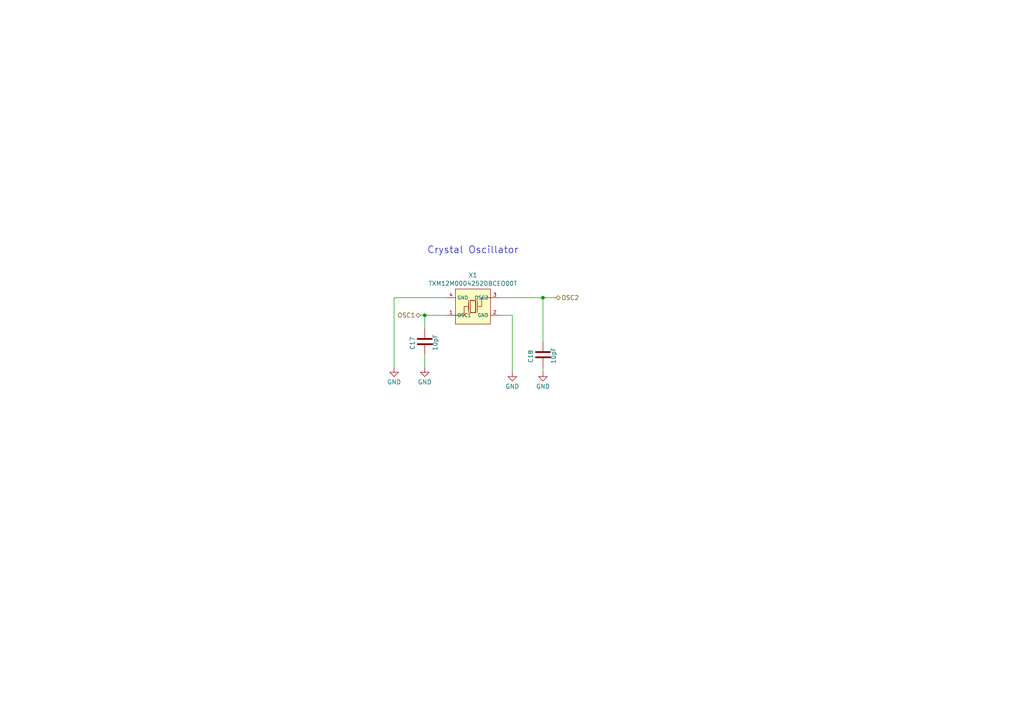
<source format=kicad_sch>
(kicad_sch (version 20231120) (generator "eeschema") (generator_version "8.0")
  (paper "A4")
  (title_block (date "2024-05-30") (rev "0.1"))
  (lib_symbols
    (symbol "Device:C" (pin_numbers hide) (pin_names (offset 0.254))
      (property "Reference" "C" (at 0.635 2.54 0))
      (property "Value" "C" (at 0.635 -2.54 0))
      (symbol "C_0_1"
        (polyline (pts (xy -2.032 -0.762) (xy 2.032 -0.762)) (stroke (width 0.508)))
        (polyline (pts (xy -2.032 0.762) (xy 2.032 0.762)) (stroke (width 0.508)))
      )
      (symbol "C_1_1"
        (pin passive line (at 0 3.81 270) (length 2.794) (name "~") (number "1"))
        (pin passive line (at 0 -3.81 90) (length 2.794) (name "~") (number "2"))
      )
    )
    (symbol "easy_eda:TXM12M0004252DBCEO00T"
      (property "Reference" "X" (at 0 1.27 0))
      (property "Value" "TXM12M0004252DBCEO00T" (at -0.254 -6.096 0))
      (symbol "TXM12M0004252DBCEO00T_0_1"
        (rectangle (start -5.08 5.08) (end 5.08 -5.08) (fill (type background)))
        (polyline (pts (xy -1.27 -1.778) (xy -1.27 1.778)))
        (polyline (pts (xy -1.27 -1.016) (xy -1.27 1.016)))
        (polyline (pts (xy 0.762 -1.778) (xy -0.762 -1.778)))
        (polyline (pts (xy 1.27 -1.778) (xy 1.27 1.778)))
        (polyline (pts (xy 1.27 -1.016) (xy 1.27 1.016)))
        (polyline (pts (xy -5.08 -2.54) (xy -2.54 -2.54) (xy -2.54 0) (xy -1.524 0)))
        (polyline (pts (xy -0.762 -1.778) (xy -0.762 1.778) (xy 0.762 1.778) (xy 0.762 -1.778)))
        (polyline (pts (xy 5.08 2.54) (xy 2.54 2.54) (xy 2.54 0) (xy 1.524 0)))
        (polyline (pts (xy 0.762 1.778) (xy 0.762 -1.778) (xy -0.762 -1.778) (xy -0.762 1.778) (xy 0.762 1.778)))
      )
      (symbol "TXM12M0004252DBCEO00T_1_1"
        (pin bidirectional line (at -7.62 -2.54 0) (length 2.54) (name "OSC1") (number "1"))
        (pin power_in line (at 7.62 -2.54 180) (length 2.54) (name "GND") (number "2"))
        (pin bidirectional line (at 7.62 2.54 180) (length 2.54) (name "OSC2") (number "3"))
        (pin power_in line (at -7.62 2.54 0) (length 2.54) (name "GND") (number "4"))
      )
    )
    (symbol "power:GND" (power) (pin_numbers hide) (pin_names (offset 0) hide)
      (property "Value" "GND" (at 0 -3.81 0))
      (symbol "GND_0_1"
        (polyline (pts (xy 0 0) (xy 0 -1.27) (xy 1.27 -1.27) (xy 0 -2.54) (xy -1.27 -1.27) (xy 0 -1.27)))
      )
      (symbol "GND_1_1"
        (pin power_in line (at 0 0 270) (length 0) (name "~") (number "1"))
      )
    )
  )
  (junction (at 123.19 91.44))
  (junction (at 157.48 86.36))
  (wire (pts (xy 121.92 91.44) (xy 123.19 91.44)))
  (wire (pts (xy 148.59 91.44) (xy 148.59 107.95)))
  (wire (pts (xy 114.3 86.36) (xy 114.3 106.68)))
  (wire (pts (xy 123.19 95.25) (xy 123.19 91.44)))
  (wire (pts (xy 123.19 102.87) (xy 123.19 106.68)))
  (wire (pts (xy 144.78 86.36) (xy 157.48 86.36)))
  (wire (pts (xy 157.48 106.68) (xy 157.48 107.95)))
  (wire (pts (xy 157.48 86.36) (xy 157.48 99.06)))
  (wire (pts (xy 123.19 91.44) (xy 129.54 91.44)))
  (wire (pts (xy 144.78 91.44) (xy 148.59 91.44)))
  (wire (pts (xy 157.48 86.36) (xy 161.29 86.36)))
  (wire (pts (xy 114.3 86.36) (xy 129.54 86.36)))
  (text "Crystal Oscillator" (at 137.16 72.644 0) (effects (font (size 2 2))))
  (hierarchical_label "OSC2" (shape bidirectional) (at 161.29 86.36 0))
  (hierarchical_label "OSC1" (shape bidirectional) (at 121.92 91.44 180))
  (symbol (lib_id "power:GND") (at 123.19 106.68 0) (unit 1)
    (property "Reference" "#PWR044" (effects (hide yes)))
    (property "Value" "GND" (at 123.19 110.8131 0))
    (property "Description" "Power symbol creates a global label with name \"GND\" , ground" (effects (hide yes)))
  )
  (symbol (lib_id "easy_eda:TXM12M0004252DBCEO00T") (at 137.16 88.9 0) (unit 1)
    (property "Reference" "X1" (at 137.16 79.8025 0))
    (property "Value" "TXM12M0004252DBCEO00T" (at 137.16 82.2268 0))
    (property "Footprint" "easy_eda:CRYSTAL-SMD_4P-L2.5-W2.0-BL" (effects (hide yes)))
    (property "Datasheet" "https://item.szlcsc.com/67038.html" (effects (hide yes)))
    (property "LCSC" "C284154" (effects (hide yes)))
  )
  (symbol (lib_id "power:GND") (at 114.3 106.68 0) (unit 1)
    (property "Reference" "#PWR043" (effects (hide yes)))
    (property "Value" "GND" (at 114.3 110.8131 0))
    (property "Description" "Power symbol creates a global label with name \"GND\" , ground" (effects (hide yes)))
  )
  (symbol (lib_id "power:GND") (at 148.59 107.95 0) (unit 1)
    (property "Reference" "#PWR045" (effects (hide yes)))
    (property "Value" "GND" (at 148.59 112.0831 0))
    (property "Description" "Power symbol creates a global label with name \"GND\" , ground" (effects (hide yes)))
  )
  (symbol (lib_id "power:GND") (at 157.48 107.95 0) (unit 1)
    (property "Reference" "#PWR046" (effects (hide yes)))
    (property "Value" "GND" (at 157.48 112.0831 0))
    (property "Description" "Power symbol creates a global label with name \"GND\" , ground" (effects (hide yes)))
  )
  (symbol (lib_id "Device:C") (at 157.48 102.87 180) (unit 1)
    (property "Reference" "C18" (at 153.924 103.378 90))
    (property "Value" "10pF" (at 160.528 103.124 90))
    (property "Footprint" "Capacitor_SMD:C_0805_2012Metric" (effects (hide yes)))
    (property "Description" "Unpolarized capacitor" (effects (hide yes)))
  )
  (symbol (lib_id "Device:C") (at 123.19 99.06 180) (unit 1)
    (property "Reference" "C17" (at 119.634 99.568 90))
    (property "Value" "10pF" (at 126.238 99.314 90))
    (property "Footprint" "Capacitor_SMD:C_0805_2012Metric" (effects (hide yes)))
    (property "Description" "Unpolarized capacitor" (effects (hide yes)))
  )
)
</source>
